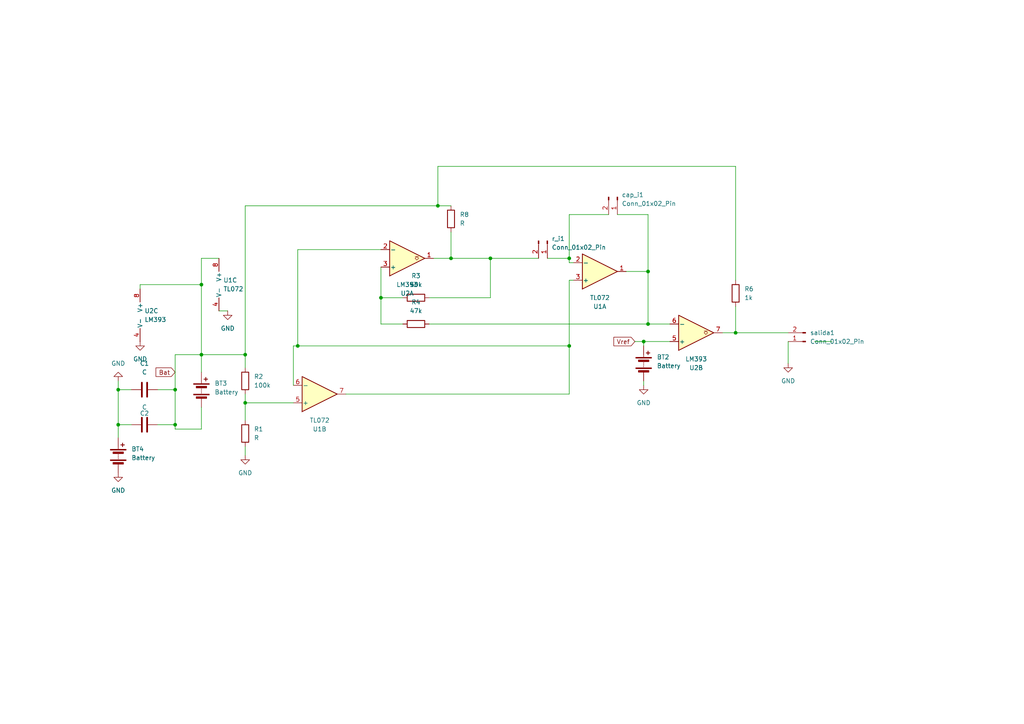
<source format=kicad_sch>
(kicad_sch
	(version 20250114)
	(generator "eeschema")
	(generator_version "9.0")
	(uuid "17eee627-bc3f-46bd-a929-8340eabad878")
	(paper "A4")
	(lib_symbols
		(symbol "Amplifier_Operational:TL072"
			(pin_names
				(offset 0.127)
			)
			(exclude_from_sim no)
			(in_bom yes)
			(on_board yes)
			(property "Reference" "U"
				(at 0 5.08 0)
				(effects
					(font
						(size 1.27 1.27)
					)
					(justify left)
				)
			)
			(property "Value" "TL072"
				(at 0 -5.08 0)
				(effects
					(font
						(size 1.27 1.27)
					)
					(justify left)
				)
			)
			(property "Footprint" ""
				(at 0 0 0)
				(effects
					(font
						(size 1.27 1.27)
					)
					(hide yes)
				)
			)
			(property "Datasheet" "http://www.ti.com/lit/ds/symlink/tl071.pdf"
				(at 0 0 0)
				(effects
					(font
						(size 1.27 1.27)
					)
					(hide yes)
				)
			)
			(property "Description" "Dual Low-Noise JFET-Input Operational Amplifiers, DIP-8/SOIC-8"
				(at 0 0 0)
				(effects
					(font
						(size 1.27 1.27)
					)
					(hide yes)
				)
			)
			(property "ki_locked" ""
				(at 0 0 0)
				(effects
					(font
						(size 1.27 1.27)
					)
				)
			)
			(property "ki_keywords" "dual opamp"
				(at 0 0 0)
				(effects
					(font
						(size 1.27 1.27)
					)
					(hide yes)
				)
			)
			(property "ki_fp_filters" "SOIC*3.9x4.9mm*P1.27mm* DIP*W7.62mm* TO*99* OnSemi*Micro8* TSSOP*3x3mm*P0.65mm* TSSOP*4.4x3mm*P0.65mm* MSOP*3x3mm*P0.65mm* SSOP*3.9x4.9mm*P0.635mm* LFCSP*2x2mm*P0.5mm* *SIP* SOIC*5.3x6.2mm*P1.27mm*"
				(at 0 0 0)
				(effects
					(font
						(size 1.27 1.27)
					)
					(hide yes)
				)
			)
			(symbol "TL072_1_1"
				(polyline
					(pts
						(xy -5.08 5.08) (xy 5.08 0) (xy -5.08 -5.08) (xy -5.08 5.08)
					)
					(stroke
						(width 0.254)
						(type default)
					)
					(fill
						(type background)
					)
				)
				(pin input line
					(at -7.62 2.54 0)
					(length 2.54)
					(name "+"
						(effects
							(font
								(size 1.27 1.27)
							)
						)
					)
					(number "3"
						(effects
							(font
								(size 1.27 1.27)
							)
						)
					)
				)
				(pin input line
					(at -7.62 -2.54 0)
					(length 2.54)
					(name "-"
						(effects
							(font
								(size 1.27 1.27)
							)
						)
					)
					(number "2"
						(effects
							(font
								(size 1.27 1.27)
							)
						)
					)
				)
				(pin output line
					(at 7.62 0 180)
					(length 2.54)
					(name "~"
						(effects
							(font
								(size 1.27 1.27)
							)
						)
					)
					(number "1"
						(effects
							(font
								(size 1.27 1.27)
							)
						)
					)
				)
			)
			(symbol "TL072_2_1"
				(polyline
					(pts
						(xy -5.08 5.08) (xy 5.08 0) (xy -5.08 -5.08) (xy -5.08 5.08)
					)
					(stroke
						(width 0.254)
						(type default)
					)
					(fill
						(type background)
					)
				)
				(pin input line
					(at -7.62 2.54 0)
					(length 2.54)
					(name "+"
						(effects
							(font
								(size 1.27 1.27)
							)
						)
					)
					(number "5"
						(effects
							(font
								(size 1.27 1.27)
							)
						)
					)
				)
				(pin input line
					(at -7.62 -2.54 0)
					(length 2.54)
					(name "-"
						(effects
							(font
								(size 1.27 1.27)
							)
						)
					)
					(number "6"
						(effects
							(font
								(size 1.27 1.27)
							)
						)
					)
				)
				(pin output line
					(at 7.62 0 180)
					(length 2.54)
					(name "~"
						(effects
							(font
								(size 1.27 1.27)
							)
						)
					)
					(number "7"
						(effects
							(font
								(size 1.27 1.27)
							)
						)
					)
				)
			)
			(symbol "TL072_3_1"
				(pin power_in line
					(at -2.54 7.62 270)
					(length 3.81)
					(name "V+"
						(effects
							(font
								(size 1.27 1.27)
							)
						)
					)
					(number "8"
						(effects
							(font
								(size 1.27 1.27)
							)
						)
					)
				)
				(pin power_in line
					(at -2.54 -7.62 90)
					(length 3.81)
					(name "V-"
						(effects
							(font
								(size 1.27 1.27)
							)
						)
					)
					(number "4"
						(effects
							(font
								(size 1.27 1.27)
							)
						)
					)
				)
			)
			(embedded_fonts no)
		)
		(symbol "Comparator:LM393"
			(pin_names
				(offset 0.127)
			)
			(exclude_from_sim no)
			(in_bom yes)
			(on_board yes)
			(property "Reference" "U"
				(at 3.81 3.81 0)
				(effects
					(font
						(size 1.27 1.27)
					)
				)
			)
			(property "Value" "LM393"
				(at 6.35 -3.81 0)
				(effects
					(font
						(size 1.27 1.27)
					)
				)
			)
			(property "Footprint" ""
				(at 0 0 0)
				(effects
					(font
						(size 1.27 1.27)
					)
					(hide yes)
				)
			)
			(property "Datasheet" "http://www.ti.com/lit/ds/symlink/lm393.pdf"
				(at 0 0 0)
				(effects
					(font
						(size 1.27 1.27)
					)
					(hide yes)
				)
			)
			(property "Description" "Low-Power, Low-Offset Voltage, Dual Comparators, DIP-8/SOIC-8/TO-99-8"
				(at 0 0 0)
				(effects
					(font
						(size 1.27 1.27)
					)
					(hide yes)
				)
			)
			(property "ki_locked" ""
				(at 0 0 0)
				(effects
					(font
						(size 1.27 1.27)
					)
				)
			)
			(property "ki_keywords" "cmp open collector"
				(at 0 0 0)
				(effects
					(font
						(size 1.27 1.27)
					)
					(hide yes)
				)
			)
			(property "ki_fp_filters" "SOIC*3.9x4.9mm*P1.27mm* DIP*W7.62mm* SOP*5.28x5.23mm*P1.27mm* VSSOP*3x3mm*P0.65mm* TSSOP*4.4x3mm*P0.65mm*"
				(at 0 0 0)
				(effects
					(font
						(size 1.27 1.27)
					)
					(hide yes)
				)
			)
			(symbol "LM393_1_1"
				(polyline
					(pts
						(xy -5.08 5.08) (xy 5.08 0) (xy -5.08 -5.08) (xy -5.08 5.08)
					)
					(stroke
						(width 0.254)
						(type default)
					)
					(fill
						(type background)
					)
				)
				(polyline
					(pts
						(xy 3.302 -0.508) (xy 2.794 -0.508) (xy 3.302 0) (xy 2.794 0.508) (xy 2.286 0) (xy 2.794 -0.508)
						(xy 2.286 -0.508)
					)
					(stroke
						(width 0.127)
						(type default)
					)
					(fill
						(type none)
					)
				)
				(pin input line
					(at -7.62 2.54 0)
					(length 2.54)
					(name "+"
						(effects
							(font
								(size 1.27 1.27)
							)
						)
					)
					(number "3"
						(effects
							(font
								(size 1.27 1.27)
							)
						)
					)
				)
				(pin input line
					(at -7.62 -2.54 0)
					(length 2.54)
					(name "-"
						(effects
							(font
								(size 1.27 1.27)
							)
						)
					)
					(number "2"
						(effects
							(font
								(size 1.27 1.27)
							)
						)
					)
				)
				(pin open_collector line
					(at 7.62 0 180)
					(length 2.54)
					(name "~"
						(effects
							(font
								(size 1.27 1.27)
							)
						)
					)
					(number "1"
						(effects
							(font
								(size 1.27 1.27)
							)
						)
					)
				)
			)
			(symbol "LM393_2_1"
				(polyline
					(pts
						(xy -5.08 5.08) (xy 5.08 0) (xy -5.08 -5.08) (xy -5.08 5.08)
					)
					(stroke
						(width 0.254)
						(type default)
					)
					(fill
						(type background)
					)
				)
				(polyline
					(pts
						(xy 3.302 -0.508) (xy 2.794 -0.508) (xy 3.302 0) (xy 2.794 0.508) (xy 2.286 0) (xy 2.794 -0.508)
						(xy 2.286 -0.508)
					)
					(stroke
						(width 0.127)
						(type default)
					)
					(fill
						(type none)
					)
				)
				(pin input line
					(at -7.62 2.54 0)
					(length 2.54)
					(name "+"
						(effects
							(font
								(size 1.27 1.27)
							)
						)
					)
					(number "5"
						(effects
							(font
								(size 1.27 1.27)
							)
						)
					)
				)
				(pin input line
					(at -7.62 -2.54 0)
					(length 2.54)
					(name "-"
						(effects
							(font
								(size 1.27 1.27)
							)
						)
					)
					(number "6"
						(effects
							(font
								(size 1.27 1.27)
							)
						)
					)
				)
				(pin open_collector line
					(at 7.62 0 180)
					(length 2.54)
					(name "~"
						(effects
							(font
								(size 1.27 1.27)
							)
						)
					)
					(number "7"
						(effects
							(font
								(size 1.27 1.27)
							)
						)
					)
				)
			)
			(symbol "LM393_3_1"
				(pin power_in line
					(at -2.54 7.62 270)
					(length 3.81)
					(name "V+"
						(effects
							(font
								(size 1.27 1.27)
							)
						)
					)
					(number "8"
						(effects
							(font
								(size 1.27 1.27)
							)
						)
					)
				)
				(pin power_in line
					(at -2.54 -7.62 90)
					(length 3.81)
					(name "V-"
						(effects
							(font
								(size 1.27 1.27)
							)
						)
					)
					(number "4"
						(effects
							(font
								(size 1.27 1.27)
							)
						)
					)
				)
			)
			(embedded_fonts no)
		)
		(symbol "Connector:Conn_01x02_Pin"
			(pin_names
				(offset 1.016)
				(hide yes)
			)
			(exclude_from_sim no)
			(in_bom yes)
			(on_board yes)
			(property "Reference" "J"
				(at 0 2.54 0)
				(effects
					(font
						(size 1.27 1.27)
					)
				)
			)
			(property "Value" "Conn_01x02_Pin"
				(at 0 -5.08 0)
				(effects
					(font
						(size 1.27 1.27)
					)
				)
			)
			(property "Footprint" ""
				(at 0 0 0)
				(effects
					(font
						(size 1.27 1.27)
					)
					(hide yes)
				)
			)
			(property "Datasheet" "~"
				(at 0 0 0)
				(effects
					(font
						(size 1.27 1.27)
					)
					(hide yes)
				)
			)
			(property "Description" "Generic connector, single row, 01x02, script generated"
				(at 0 0 0)
				(effects
					(font
						(size 1.27 1.27)
					)
					(hide yes)
				)
			)
			(property "ki_locked" ""
				(at 0 0 0)
				(effects
					(font
						(size 1.27 1.27)
					)
				)
			)
			(property "ki_keywords" "connector"
				(at 0 0 0)
				(effects
					(font
						(size 1.27 1.27)
					)
					(hide yes)
				)
			)
			(property "ki_fp_filters" "Connector*:*_1x??_*"
				(at 0 0 0)
				(effects
					(font
						(size 1.27 1.27)
					)
					(hide yes)
				)
			)
			(symbol "Conn_01x02_Pin_1_1"
				(rectangle
					(start 0.8636 0.127)
					(end 0 -0.127)
					(stroke
						(width 0.1524)
						(type default)
					)
					(fill
						(type outline)
					)
				)
				(rectangle
					(start 0.8636 -2.413)
					(end 0 -2.667)
					(stroke
						(width 0.1524)
						(type default)
					)
					(fill
						(type outline)
					)
				)
				(polyline
					(pts
						(xy 1.27 0) (xy 0.8636 0)
					)
					(stroke
						(width 0.1524)
						(type default)
					)
					(fill
						(type none)
					)
				)
				(polyline
					(pts
						(xy 1.27 -2.54) (xy 0.8636 -2.54)
					)
					(stroke
						(width 0.1524)
						(type default)
					)
					(fill
						(type none)
					)
				)
				(pin passive line
					(at 5.08 0 180)
					(length 3.81)
					(name "Pin_1"
						(effects
							(font
								(size 1.27 1.27)
							)
						)
					)
					(number "1"
						(effects
							(font
								(size 1.27 1.27)
							)
						)
					)
				)
				(pin passive line
					(at 5.08 -2.54 180)
					(length 3.81)
					(name "Pin_2"
						(effects
							(font
								(size 1.27 1.27)
							)
						)
					)
					(number "2"
						(effects
							(font
								(size 1.27 1.27)
							)
						)
					)
				)
			)
			(embedded_fonts no)
		)
		(symbol "Device:Battery"
			(pin_numbers
				(hide yes)
			)
			(pin_names
				(offset 0)
				(hide yes)
			)
			(exclude_from_sim no)
			(in_bom yes)
			(on_board yes)
			(property "Reference" "BT"
				(at 2.54 2.54 0)
				(effects
					(font
						(size 1.27 1.27)
					)
					(justify left)
				)
			)
			(property "Value" "Battery"
				(at 2.54 0 0)
				(effects
					(font
						(size 1.27 1.27)
					)
					(justify left)
				)
			)
			(property "Footprint" ""
				(at 0 1.524 90)
				(effects
					(font
						(size 1.27 1.27)
					)
					(hide yes)
				)
			)
			(property "Datasheet" "~"
				(at 0 1.524 90)
				(effects
					(font
						(size 1.27 1.27)
					)
					(hide yes)
				)
			)
			(property "Description" "Multiple-cell battery"
				(at 0 0 0)
				(effects
					(font
						(size 1.27 1.27)
					)
					(hide yes)
				)
			)
			(property "ki_keywords" "batt voltage-source cell"
				(at 0 0 0)
				(effects
					(font
						(size 1.27 1.27)
					)
					(hide yes)
				)
			)
			(symbol "Battery_0_1"
				(rectangle
					(start -2.286 1.778)
					(end 2.286 1.524)
					(stroke
						(width 0)
						(type default)
					)
					(fill
						(type outline)
					)
				)
				(rectangle
					(start -2.286 -1.27)
					(end 2.286 -1.524)
					(stroke
						(width 0)
						(type default)
					)
					(fill
						(type outline)
					)
				)
				(rectangle
					(start -1.524 1.016)
					(end 1.524 0.508)
					(stroke
						(width 0)
						(type default)
					)
					(fill
						(type outline)
					)
				)
				(rectangle
					(start -1.524 -2.032)
					(end 1.524 -2.54)
					(stroke
						(width 0)
						(type default)
					)
					(fill
						(type outline)
					)
				)
				(polyline
					(pts
						(xy 0 1.778) (xy 0 2.54)
					)
					(stroke
						(width 0)
						(type default)
					)
					(fill
						(type none)
					)
				)
				(polyline
					(pts
						(xy 0 0) (xy 0 0.254)
					)
					(stroke
						(width 0)
						(type default)
					)
					(fill
						(type none)
					)
				)
				(polyline
					(pts
						(xy 0 -0.508) (xy 0 -0.254)
					)
					(stroke
						(width 0)
						(type default)
					)
					(fill
						(type none)
					)
				)
				(polyline
					(pts
						(xy 0 -1.016) (xy 0 -0.762)
					)
					(stroke
						(width 0)
						(type default)
					)
					(fill
						(type none)
					)
				)
				(polyline
					(pts
						(xy 0.762 3.048) (xy 1.778 3.048)
					)
					(stroke
						(width 0.254)
						(type default)
					)
					(fill
						(type none)
					)
				)
				(polyline
					(pts
						(xy 1.27 3.556) (xy 1.27 2.54)
					)
					(stroke
						(width 0.254)
						(type default)
					)
					(fill
						(type none)
					)
				)
			)
			(symbol "Battery_1_1"
				(pin passive line
					(at 0 5.08 270)
					(length 2.54)
					(name "+"
						(effects
							(font
								(size 1.27 1.27)
							)
						)
					)
					(number "1"
						(effects
							(font
								(size 1.27 1.27)
							)
						)
					)
				)
				(pin passive line
					(at 0 -5.08 90)
					(length 2.54)
					(name "-"
						(effects
							(font
								(size 1.27 1.27)
							)
						)
					)
					(number "2"
						(effects
							(font
								(size 1.27 1.27)
							)
						)
					)
				)
			)
			(embedded_fonts no)
		)
		(symbol "Device:C"
			(pin_numbers
				(hide yes)
			)
			(pin_names
				(offset 0.254)
			)
			(exclude_from_sim no)
			(in_bom yes)
			(on_board yes)
			(property "Reference" "C"
				(at 0.635 2.54 0)
				(effects
					(font
						(size 1.27 1.27)
					)
					(justify left)
				)
			)
			(property "Value" "C"
				(at 0.635 -2.54 0)
				(effects
					(font
						(size 1.27 1.27)
					)
					(justify left)
				)
			)
			(property "Footprint" ""
				(at 0.9652 -3.81 0)
				(effects
					(font
						(size 1.27 1.27)
					)
					(hide yes)
				)
			)
			(property "Datasheet" "~"
				(at 0 0 0)
				(effects
					(font
						(size 1.27 1.27)
					)
					(hide yes)
				)
			)
			(property "Description" "Unpolarized capacitor"
				(at 0 0 0)
				(effects
					(font
						(size 1.27 1.27)
					)
					(hide yes)
				)
			)
			(property "ki_keywords" "cap capacitor"
				(at 0 0 0)
				(effects
					(font
						(size 1.27 1.27)
					)
					(hide yes)
				)
			)
			(property "ki_fp_filters" "C_*"
				(at 0 0 0)
				(effects
					(font
						(size 1.27 1.27)
					)
					(hide yes)
				)
			)
			(symbol "C_0_1"
				(polyline
					(pts
						(xy -2.032 0.762) (xy 2.032 0.762)
					)
					(stroke
						(width 0.508)
						(type default)
					)
					(fill
						(type none)
					)
				)
				(polyline
					(pts
						(xy -2.032 -0.762) (xy 2.032 -0.762)
					)
					(stroke
						(width 0.508)
						(type default)
					)
					(fill
						(type none)
					)
				)
			)
			(symbol "C_1_1"
				(pin passive line
					(at 0 3.81 270)
					(length 2.794)
					(name "~"
						(effects
							(font
								(size 1.27 1.27)
							)
						)
					)
					(number "1"
						(effects
							(font
								(size 1.27 1.27)
							)
						)
					)
				)
				(pin passive line
					(at 0 -3.81 90)
					(length 2.794)
					(name "~"
						(effects
							(font
								(size 1.27 1.27)
							)
						)
					)
					(number "2"
						(effects
							(font
								(size 1.27 1.27)
							)
						)
					)
				)
			)
			(embedded_fonts no)
		)
		(symbol "Device:R"
			(pin_numbers
				(hide yes)
			)
			(pin_names
				(offset 0)
			)
			(exclude_from_sim no)
			(in_bom yes)
			(on_board yes)
			(property "Reference" "R"
				(at 2.032 0 90)
				(effects
					(font
						(size 1.27 1.27)
					)
				)
			)
			(property "Value" "R"
				(at 0 0 90)
				(effects
					(font
						(size 1.27 1.27)
					)
				)
			)
			(property "Footprint" ""
				(at -1.778 0 90)
				(effects
					(font
						(size 1.27 1.27)
					)
					(hide yes)
				)
			)
			(property "Datasheet" "~"
				(at 0 0 0)
				(effects
					(font
						(size 1.27 1.27)
					)
					(hide yes)
				)
			)
			(property "Description" "Resistor"
				(at 0 0 0)
				(effects
					(font
						(size 1.27 1.27)
					)
					(hide yes)
				)
			)
			(property "ki_keywords" "R res resistor"
				(at 0 0 0)
				(effects
					(font
						(size 1.27 1.27)
					)
					(hide yes)
				)
			)
			(property "ki_fp_filters" "R_*"
				(at 0 0 0)
				(effects
					(font
						(size 1.27 1.27)
					)
					(hide yes)
				)
			)
			(symbol "R_0_1"
				(rectangle
					(start -1.016 -2.54)
					(end 1.016 2.54)
					(stroke
						(width 0.254)
						(type default)
					)
					(fill
						(type none)
					)
				)
			)
			(symbol "R_1_1"
				(pin passive line
					(at 0 3.81 270)
					(length 1.27)
					(name "~"
						(effects
							(font
								(size 1.27 1.27)
							)
						)
					)
					(number "1"
						(effects
							(font
								(size 1.27 1.27)
							)
						)
					)
				)
				(pin passive line
					(at 0 -3.81 90)
					(length 1.27)
					(name "~"
						(effects
							(font
								(size 1.27 1.27)
							)
						)
					)
					(number "2"
						(effects
							(font
								(size 1.27 1.27)
							)
						)
					)
				)
			)
			(embedded_fonts no)
		)
		(symbol "power:GND"
			(power)
			(pin_numbers
				(hide yes)
			)
			(pin_names
				(offset 0)
				(hide yes)
			)
			(exclude_from_sim no)
			(in_bom yes)
			(on_board yes)
			(property "Reference" "#PWR"
				(at 0 -6.35 0)
				(effects
					(font
						(size 1.27 1.27)
					)
					(hide yes)
				)
			)
			(property "Value" "GND"
				(at 0 -3.81 0)
				(effects
					(font
						(size 1.27 1.27)
					)
				)
			)
			(property "Footprint" ""
				(at 0 0 0)
				(effects
					(font
						(size 1.27 1.27)
					)
					(hide yes)
				)
			)
			(property "Datasheet" ""
				(at 0 0 0)
				(effects
					(font
						(size 1.27 1.27)
					)
					(hide yes)
				)
			)
			(property "Description" "Power symbol creates a global label with name \"GND\" , ground"
				(at 0 0 0)
				(effects
					(font
						(size 1.27 1.27)
					)
					(hide yes)
				)
			)
			(property "ki_keywords" "global power"
				(at 0 0 0)
				(effects
					(font
						(size 1.27 1.27)
					)
					(hide yes)
				)
			)
			(symbol "GND_0_1"
				(polyline
					(pts
						(xy 0 0) (xy 0 -1.27) (xy 1.27 -1.27) (xy 0 -2.54) (xy -1.27 -1.27) (xy 0 -1.27)
					)
					(stroke
						(width 0)
						(type default)
					)
					(fill
						(type none)
					)
				)
			)
			(symbol "GND_1_1"
				(pin power_in line
					(at 0 0 270)
					(length 0)
					(name "~"
						(effects
							(font
								(size 1.27 1.27)
							)
						)
					)
					(number "1"
						(effects
							(font
								(size 1.27 1.27)
							)
						)
					)
				)
			)
			(embedded_fonts no)
		)
	)
	(junction
		(at 186.69 99.06)
		(diameter 0)
		(color 0 0 0 0)
		(uuid "1f849616-a5b7-402d-90bf-3e3e27b40008")
	)
	(junction
		(at 110.49 86.36)
		(diameter 0)
		(color 0 0 0 0)
		(uuid "231d5919-d8b3-443b-a5f7-76f1899d3b9f")
	)
	(junction
		(at 86.36 100.33)
		(diameter 0)
		(color 0 0 0 0)
		(uuid "27a980d3-f2aa-4896-92a1-562708249a68")
	)
	(junction
		(at 34.29 113.03)
		(diameter 0)
		(color 0 0 0 0)
		(uuid "2afae91d-599e-44d4-a9c0-b1e399b75dbb")
	)
	(junction
		(at 130.81 74.93)
		(diameter 0)
		(color 0 0 0 0)
		(uuid "2bce827f-6057-4d1a-a021-fb42f5d9b44d")
	)
	(junction
		(at 58.42 82.55)
		(diameter 0)
		(color 0 0 0 0)
		(uuid "33d65ac8-d78b-43bb-8bf9-eda4a0d2d533")
	)
	(junction
		(at 165.1 74.93)
		(diameter 0)
		(color 0 0 0 0)
		(uuid "3b4f80cc-b4fd-4e96-ade0-4a217b23c7d5")
	)
	(junction
		(at 58.42 102.87)
		(diameter 0)
		(color 0 0 0 0)
		(uuid "432f8922-8733-4a52-8986-19ca9b51d881")
	)
	(junction
		(at 50.8 123.19)
		(diameter 0)
		(color 0 0 0 0)
		(uuid "5047036b-18a0-44d4-b977-abf3db45a46e")
	)
	(junction
		(at 34.29 123.19)
		(diameter 0)
		(color 0 0 0 0)
		(uuid "540c64c4-4e11-4e8d-8cc2-ac944f5b5970")
	)
	(junction
		(at 187.96 93.98)
		(diameter 0)
		(color 0 0 0 0)
		(uuid "62c311b6-29e9-4f82-bcbd-423b818743ea")
	)
	(junction
		(at 127 59.69)
		(diameter 0)
		(color 0 0 0 0)
		(uuid "6b8b06e2-9d45-499e-9bc0-2ff0539aaf74")
	)
	(junction
		(at 187.96 78.74)
		(diameter 0)
		(color 0 0 0 0)
		(uuid "84c10aa2-6e07-49e3-97e9-9d09db9f706a")
	)
	(junction
		(at 165.1 100.33)
		(diameter 0)
		(color 0 0 0 0)
		(uuid "af19137a-e014-43d0-a0af-51a75aa18089")
	)
	(junction
		(at 71.12 102.87)
		(diameter 0)
		(color 0 0 0 0)
		(uuid "bae1835b-f27f-4555-9f23-21294c60de66")
	)
	(junction
		(at 50.8 113.03)
		(diameter 0)
		(color 0 0 0 0)
		(uuid "c1ba49db-f7ef-4aac-8570-e8de00cfd009")
	)
	(junction
		(at 213.36 96.52)
		(diameter 0)
		(color 0 0 0 0)
		(uuid "cc41e59d-1e8b-4024-8913-4c7de67a9273")
	)
	(junction
		(at 71.12 116.84)
		(diameter 0)
		(color 0 0 0 0)
		(uuid "dc503e1e-bfec-4dc7-ab8a-cb355db00a13")
	)
	(junction
		(at 142.24 74.93)
		(diameter 0)
		(color 0 0 0 0)
		(uuid "e5f14dd5-df28-433b-9f4f-86ca4d9daae1")
	)
	(wire
		(pts
			(xy 71.12 59.69) (xy 127 59.69)
		)
		(stroke
			(width 0)
			(type default)
		)
		(uuid "00cb0fe0-e035-4e59-9d78-44b6c0bff9d7")
	)
	(wire
		(pts
			(xy 58.42 102.87) (xy 58.42 82.55)
		)
		(stroke
			(width 0)
			(type default)
		)
		(uuid "029a9c53-87b6-480e-9fe3-47190eef0895")
	)
	(wire
		(pts
			(xy 186.69 99.06) (xy 194.31 99.06)
		)
		(stroke
			(width 0)
			(type default)
		)
		(uuid "050103ec-ee0e-4d8a-9470-37d862685644")
	)
	(wire
		(pts
			(xy 50.8 113.03) (xy 50.8 123.19)
		)
		(stroke
			(width 0)
			(type default)
		)
		(uuid "057b4d9b-a623-41f5-acb3-c439ce872069")
	)
	(wire
		(pts
			(xy 142.24 74.93) (xy 156.21 74.93)
		)
		(stroke
			(width 0)
			(type default)
		)
		(uuid "0c95ced1-11f8-4362-be8c-0d0c66afa723")
	)
	(wire
		(pts
			(xy 124.46 93.98) (xy 187.96 93.98)
		)
		(stroke
			(width 0)
			(type default)
		)
		(uuid "12fd6866-8479-477d-b286-52e485c2270d")
	)
	(wire
		(pts
			(xy 165.1 76.2) (xy 165.1 74.93)
		)
		(stroke
			(width 0)
			(type default)
		)
		(uuid "15651c12-25aa-4b26-a7d5-5f8d108c81cb")
	)
	(wire
		(pts
			(xy 71.12 102.87) (xy 71.12 106.68)
		)
		(stroke
			(width 0)
			(type default)
		)
		(uuid "27ae9229-2678-4eff-a10b-df003a08b83a")
	)
	(wire
		(pts
			(xy 142.24 86.36) (xy 142.24 74.93)
		)
		(stroke
			(width 0)
			(type default)
		)
		(uuid "2a7df99d-3713-4415-876c-9a5775570597")
	)
	(wire
		(pts
			(xy 34.29 123.19) (xy 34.29 127)
		)
		(stroke
			(width 0)
			(type default)
		)
		(uuid "2b8bd433-d598-4dfe-a5d4-e1e83993a790")
	)
	(wire
		(pts
			(xy 86.36 72.39) (xy 110.49 72.39)
		)
		(stroke
			(width 0)
			(type default)
		)
		(uuid "2db29c0c-c76f-47f5-a73e-81bfae242f9f")
	)
	(wire
		(pts
			(xy 165.1 81.28) (xy 165.1 100.33)
		)
		(stroke
			(width 0)
			(type default)
		)
		(uuid "475a4ea7-71e8-4a2a-8c8c-f7acd9d570b4")
	)
	(wire
		(pts
			(xy 110.49 86.36) (xy 116.84 86.36)
		)
		(stroke
			(width 0)
			(type default)
		)
		(uuid "48195463-2c4a-422c-b42d-786267b3d5f8")
	)
	(wire
		(pts
			(xy 40.64 82.55) (xy 40.64 83.82)
		)
		(stroke
			(width 0)
			(type default)
		)
		(uuid "4ed70184-b347-47b8-9b10-155a50be3ddd")
	)
	(wire
		(pts
			(xy 125.73 74.93) (xy 130.81 74.93)
		)
		(stroke
			(width 0)
			(type default)
		)
		(uuid "51b8db8c-10c1-4a86-a2a5-31954eddc89b")
	)
	(wire
		(pts
			(xy 127 59.69) (xy 127 48.26)
		)
		(stroke
			(width 0)
			(type default)
		)
		(uuid "54d0cc3b-d84b-46e6-88e4-10d4084c40cf")
	)
	(wire
		(pts
			(xy 209.55 96.52) (xy 213.36 96.52)
		)
		(stroke
			(width 0)
			(type default)
		)
		(uuid "559de702-a01a-4e7d-ae0f-93f07ac3e23b")
	)
	(wire
		(pts
			(xy 58.42 124.46) (xy 50.8 124.46)
		)
		(stroke
			(width 0)
			(type default)
		)
		(uuid "5653f976-4b32-428d-8ad6-94e0ee535386")
	)
	(wire
		(pts
			(xy 158.75 74.93) (xy 165.1 74.93)
		)
		(stroke
			(width 0)
			(type default)
		)
		(uuid "567fbd52-932d-4c85-970b-877b9d5bcb80")
	)
	(wire
		(pts
			(xy 58.42 82.55) (xy 40.64 82.55)
		)
		(stroke
			(width 0)
			(type default)
		)
		(uuid "57582421-1e26-4df8-a585-b2c2300074fe")
	)
	(wire
		(pts
			(xy 50.8 124.46) (xy 50.8 123.19)
		)
		(stroke
			(width 0)
			(type default)
		)
		(uuid "57d3cf3f-92b3-4aa6-96f7-c3997096544f")
	)
	(wire
		(pts
			(xy 58.42 74.93) (xy 63.5 74.93)
		)
		(stroke
			(width 0)
			(type default)
		)
		(uuid "5aec6ae3-f806-4b9f-aa01-17081e5b8239")
	)
	(wire
		(pts
			(xy 184.15 99.06) (xy 186.69 99.06)
		)
		(stroke
			(width 0)
			(type default)
		)
		(uuid "5ce9f6cc-44a0-467f-a74a-faf6bba49195")
	)
	(wire
		(pts
			(xy 110.49 77.47) (xy 110.49 86.36)
		)
		(stroke
			(width 0)
			(type default)
		)
		(uuid "5fd16b4b-eab7-49ef-82fb-c9030c311d3c")
	)
	(wire
		(pts
			(xy 58.42 102.87) (xy 71.12 102.87)
		)
		(stroke
			(width 0)
			(type default)
		)
		(uuid "64ad14bd-b05d-4813-a445-2d7fec0783ef")
	)
	(wire
		(pts
			(xy 85.09 111.76) (xy 85.09 100.33)
		)
		(stroke
			(width 0)
			(type default)
		)
		(uuid "650c6a5a-96c5-4a64-964c-6daaeee01975")
	)
	(wire
		(pts
			(xy 50.8 102.87) (xy 58.42 102.87)
		)
		(stroke
			(width 0)
			(type default)
		)
		(uuid "753f8261-201b-4db3-8a8f-6bab577a2553")
	)
	(wire
		(pts
			(xy 127 48.26) (xy 213.36 48.26)
		)
		(stroke
			(width 0)
			(type default)
		)
		(uuid "79342fe3-32a4-443c-b907-94b60cfb9382")
	)
	(wire
		(pts
			(xy 34.29 123.19) (xy 38.1 123.19)
		)
		(stroke
			(width 0)
			(type default)
		)
		(uuid "8015011a-d032-41d2-a8fd-c9518bc32d59")
	)
	(wire
		(pts
			(xy 236.22 99.06) (xy 241.3 99.06)
		)
		(stroke
			(width 0)
			(type default)
		)
		(uuid "85e311d2-1ddb-440c-97e3-e2d2ab90724c")
	)
	(wire
		(pts
			(xy 71.12 129.54) (xy 71.12 132.08)
		)
		(stroke
			(width 0)
			(type default)
		)
		(uuid "8fb66898-2f68-45ea-a94c-c46a562e59e1")
	)
	(wire
		(pts
			(xy 181.61 78.74) (xy 187.96 78.74)
		)
		(stroke
			(width 0)
			(type default)
		)
		(uuid "90fbf3de-eada-4559-bb24-b65c22c1a421")
	)
	(wire
		(pts
			(xy 63.5 90.17) (xy 66.04 90.17)
		)
		(stroke
			(width 0)
			(type default)
		)
		(uuid "92d7b312-4aea-44a8-aeca-d54672981418")
	)
	(wire
		(pts
			(xy 213.36 96.52) (xy 228.6 96.52)
		)
		(stroke
			(width 0)
			(type default)
		)
		(uuid "9344a09e-505b-455f-ab76-71d6848b7ed9")
	)
	(wire
		(pts
			(xy 165.1 62.23) (xy 176.53 62.23)
		)
		(stroke
			(width 0)
			(type default)
		)
		(uuid "94c39354-79c0-4967-bf88-19809e684ded")
	)
	(wire
		(pts
			(xy 186.69 110.49) (xy 186.69 111.76)
		)
		(stroke
			(width 0)
			(type default)
		)
		(uuid "9a985b63-147f-40de-b8d1-939e3654f1d2")
	)
	(wire
		(pts
			(xy 34.29 113.03) (xy 38.1 113.03)
		)
		(stroke
			(width 0)
			(type default)
		)
		(uuid "9c9a8e9a-e4c9-46f4-9770-aaa2169ad051")
	)
	(wire
		(pts
			(xy 228.6 99.06) (xy 228.6 105.41)
		)
		(stroke
			(width 0)
			(type default)
		)
		(uuid "9cb1c54c-ab5a-41ce-b13e-9b19bbc08955")
	)
	(wire
		(pts
			(xy 165.1 81.28) (xy 166.37 81.28)
		)
		(stroke
			(width 0)
			(type default)
		)
		(uuid "a10e334a-0c70-412a-b0d1-1e2ace790ba4")
	)
	(wire
		(pts
			(xy 58.42 124.46) (xy 58.42 118.11)
		)
		(stroke
			(width 0)
			(type default)
		)
		(uuid "a9139970-8795-457f-a152-49db3859bff4")
	)
	(wire
		(pts
			(xy 34.29 113.03) (xy 34.29 123.19)
		)
		(stroke
			(width 0)
			(type default)
		)
		(uuid "ae3ae1e5-09eb-41fb-9200-3ea430c1d2ec")
	)
	(wire
		(pts
			(xy 45.72 123.19) (xy 50.8 123.19)
		)
		(stroke
			(width 0)
			(type default)
		)
		(uuid "b2e62a61-6c73-46da-8a53-e88e63850a97")
	)
	(wire
		(pts
			(xy 110.49 86.36) (xy 110.49 93.98)
		)
		(stroke
			(width 0)
			(type default)
		)
		(uuid "b31a93c6-4bed-4fa1-a52e-c21a711c8b07")
	)
	(wire
		(pts
			(xy 71.12 116.84) (xy 85.09 116.84)
		)
		(stroke
			(width 0)
			(type default)
		)
		(uuid "bb6a48a1-2fd2-4175-ad17-ae70886e6782")
	)
	(wire
		(pts
			(xy 187.96 62.23) (xy 187.96 78.74)
		)
		(stroke
			(width 0)
			(type default)
		)
		(uuid "bd9a1cdf-1643-429a-bd23-5d36768ef0ea")
	)
	(wire
		(pts
			(xy 130.81 67.31) (xy 130.81 74.93)
		)
		(stroke
			(width 0)
			(type default)
		)
		(uuid "bf83021d-6bc8-4e2e-ab03-1f316016fc03")
	)
	(wire
		(pts
			(xy 165.1 76.2) (xy 166.37 76.2)
		)
		(stroke
			(width 0)
			(type default)
		)
		(uuid "c2fefbb1-8adf-44ea-a418-0eeee729499c")
	)
	(wire
		(pts
			(xy 71.12 102.87) (xy 71.12 59.69)
		)
		(stroke
			(width 0)
			(type default)
		)
		(uuid "c6cf5dea-bee4-4ca7-9980-9c71ef817a00")
	)
	(wire
		(pts
			(xy 86.36 100.33) (xy 86.36 72.39)
		)
		(stroke
			(width 0)
			(type default)
		)
		(uuid "c921a741-a6e8-46c0-b736-24bcb6161475")
	)
	(wire
		(pts
			(xy 100.33 114.3) (xy 165.1 114.3)
		)
		(stroke
			(width 0)
			(type default)
		)
		(uuid "c9379c07-d041-4fab-89de-dc9aa74a08fc")
	)
	(wire
		(pts
			(xy 110.49 93.98) (xy 116.84 93.98)
		)
		(stroke
			(width 0)
			(type default)
		)
		(uuid "c99485d9-306e-4fad-9559-5b9036606c5f")
	)
	(wire
		(pts
			(xy 179.07 62.23) (xy 187.96 62.23)
		)
		(stroke
			(width 0)
			(type default)
		)
		(uuid "ca30186a-6827-4446-ac36-6f1f2005b175")
	)
	(wire
		(pts
			(xy 165.1 100.33) (xy 165.1 114.3)
		)
		(stroke
			(width 0)
			(type default)
		)
		(uuid "ccbba4e3-18dd-4cfe-b4a5-b2e708916a28")
	)
	(wire
		(pts
			(xy 71.12 116.84) (xy 71.12 121.92)
		)
		(stroke
			(width 0)
			(type default)
		)
		(uuid "ce12f8b0-7c02-4a94-bae7-f8fdd1148c1d")
	)
	(wire
		(pts
			(xy 187.96 78.74) (xy 187.96 93.98)
		)
		(stroke
			(width 0)
			(type default)
		)
		(uuid "cfa5ea25-fb0f-4083-8c4a-f388eec349ad")
	)
	(wire
		(pts
			(xy 50.8 113.03) (xy 50.8 102.87)
		)
		(stroke
			(width 0)
			(type default)
		)
		(uuid "d08be5a7-8aca-4e1b-b832-a608689c5559")
	)
	(wire
		(pts
			(xy 130.81 74.93) (xy 142.24 74.93)
		)
		(stroke
			(width 0)
			(type default)
		)
		(uuid "d60105d6-bf03-4ed9-9403-21d27b8ce0ab")
	)
	(wire
		(pts
			(xy 34.29 110.49) (xy 34.29 113.03)
		)
		(stroke
			(width 0)
			(type default)
		)
		(uuid "d7f36ae6-dded-4e1c-b1a1-238b11527039")
	)
	(wire
		(pts
			(xy 71.12 114.3) (xy 71.12 116.84)
		)
		(stroke
			(width 0)
			(type default)
		)
		(uuid "d893d9ee-d7ac-4cfc-9b68-2aa28b1ac7ff")
	)
	(wire
		(pts
			(xy 213.36 88.9) (xy 213.36 96.52)
		)
		(stroke
			(width 0)
			(type default)
		)
		(uuid "d8d8a92c-36ea-4b39-9b10-26b84b154c4f")
	)
	(wire
		(pts
			(xy 213.36 48.26) (xy 213.36 81.28)
		)
		(stroke
			(width 0)
			(type default)
		)
		(uuid "e479daac-bc24-46d9-837e-e033b5b0a212")
	)
	(wire
		(pts
			(xy 58.42 82.55) (xy 58.42 74.93)
		)
		(stroke
			(width 0)
			(type default)
		)
		(uuid "ede98640-117b-4e20-9047-c1752c7aed50")
	)
	(wire
		(pts
			(xy 124.46 86.36) (xy 142.24 86.36)
		)
		(stroke
			(width 0)
			(type default)
		)
		(uuid "efb710e2-6ada-4cbe-a734-95f997d90e22")
	)
	(wire
		(pts
			(xy 85.09 100.33) (xy 86.36 100.33)
		)
		(stroke
			(width 0)
			(type default)
		)
		(uuid "f0cc1548-da41-4def-8f6c-2f7708963eb5")
	)
	(wire
		(pts
			(xy 186.69 99.06) (xy 186.69 100.33)
		)
		(stroke
			(width 0)
			(type default)
		)
		(uuid "f3244e25-c4e7-4877-a19f-5498a5880278")
	)
	(wire
		(pts
			(xy 187.96 93.98) (xy 194.31 93.98)
		)
		(stroke
			(width 0)
			(type default)
		)
		(uuid "f6f0c7f5-79ac-43d2-b0f9-ca47e21f8c25")
	)
	(wire
		(pts
			(xy 58.42 107.95) (xy 58.42 102.87)
		)
		(stroke
			(width 0)
			(type default)
		)
		(uuid "f976dc39-664b-48ae-9584-b8276c792251")
	)
	(wire
		(pts
			(xy 45.72 113.03) (xy 50.8 113.03)
		)
		(stroke
			(width 0)
			(type default)
		)
		(uuid "f9dbcd42-4d74-4d98-8a57-47e5b9b3c341")
	)
	(wire
		(pts
			(xy 86.36 100.33) (xy 165.1 100.33)
		)
		(stroke
			(width 0)
			(type default)
		)
		(uuid "fa7a61e1-1c5e-4fb9-aaac-289d367b2f9f")
	)
	(wire
		(pts
			(xy 127 59.69) (xy 130.81 59.69)
		)
		(stroke
			(width 0)
			(type default)
		)
		(uuid "ff2dc5f1-e0b3-42e5-94ca-6a3458ee41a4")
	)
	(wire
		(pts
			(xy 165.1 74.93) (xy 165.1 62.23)
		)
		(stroke
			(width 0)
			(type default)
		)
		(uuid "ff9c73c1-4a3c-465e-a057-4885f7d04b96")
	)
	(global_label "Vref"
		(shape input)
		(at 184.15 99.06 180)
		(fields_autoplaced yes)
		(effects
			(font
				(size 1.27 1.27)
			)
			(justify right)
		)
		(uuid "86f90454-cd3a-4d4e-a0de-f118651c7d57")
		(property "Intersheetrefs" "${INTERSHEET_REFS}"
			(at 177.4757 99.06 0)
			(effects
				(font
					(size 1.27 1.27)
				)
				(justify right)
				(hide yes)
			)
		)
	)
	(global_label "Bat"
		(shape input)
		(at 50.8 107.95 180)
		(fields_autoplaced yes)
		(effects
			(font
				(size 1.27 1.27)
			)
			(justify right)
		)
		(uuid "a91605aa-91de-46ad-8820-fcb7e41407a9")
		(property "Intersheetrefs" "${INTERSHEET_REFS}"
			(at 44.6701 107.95 0)
			(effects
				(font
					(size 1.27 1.27)
				)
				(justify right)
				(hide yes)
			)
		)
	)
	(symbol
		(lib_id "Device:R")
		(at 213.36 85.09 180)
		(unit 1)
		(exclude_from_sim no)
		(in_bom yes)
		(on_board yes)
		(dnp no)
		(fields_autoplaced yes)
		(uuid "0b3ed18d-4305-4429-964a-1fd727171064")
		(property "Reference" "R6"
			(at 215.9 83.8199 0)
			(effects
				(font
					(size 1.27 1.27)
				)
				(justify right)
			)
		)
		(property "Value" "1k"
			(at 215.9 86.3599 0)
			(effects
				(font
					(size 1.27 1.27)
				)
				(justify right)
			)
		)
		(property "Footprint" "Resistor_THT:R_Axial_DIN0207_L6.3mm_D2.5mm_P7.62mm_Horizontal"
			(at 215.138 85.09 90)
			(effects
				(font
					(size 1.27 1.27)
				)
				(hide yes)
			)
		)
		(property "Datasheet" "~"
			(at 213.36 85.09 0)
			(effects
				(font
					(size 1.27 1.27)
				)
				(hide yes)
			)
		)
		(property "Description" "Resistor"
			(at 213.36 85.09 0)
			(effects
				(font
					(size 1.27 1.27)
				)
				(hide yes)
			)
		)
		(pin "1"
			(uuid "1881a007-f35b-475b-8a94-8049f9c0f0ab")
		)
		(pin "2"
			(uuid "9464250b-2408-46cc-9bcc-f003fb8b666e")
		)
		(instances
			(project "pcb_check4_pwm"
				(path "/17eee627-bc3f-46bd-a929-8340eabad878"
					(reference "R6")
					(unit 1)
				)
			)
		)
	)
	(symbol
		(lib_id "Device:C")
		(at 41.91 113.03 90)
		(unit 1)
		(exclude_from_sim no)
		(in_bom yes)
		(on_board yes)
		(dnp no)
		(fields_autoplaced yes)
		(uuid "0efa8d07-c328-49a9-b33a-230f4fe228be")
		(property "Reference" "C1"
			(at 41.91 105.41 90)
			(effects
				(font
					(size 1.27 1.27)
				)
			)
		)
		(property "Value" "C"
			(at 41.91 107.95 90)
			(effects
				(font
					(size 1.27 1.27)
				)
			)
		)
		(property "Footprint" "Capacitor_THT:C_Disc_D7.5mm_W2.5mm_P5.00mm"
			(at 45.72 112.0648 0)
			(effects
				(font
					(size 1.27 1.27)
				)
				(hide yes)
			)
		)
		(property "Datasheet" "~"
			(at 41.91 113.03 0)
			(effects
				(font
					(size 1.27 1.27)
				)
				(hide yes)
			)
		)
		(property "Description" "Unpolarized capacitor"
			(at 41.91 113.03 0)
			(effects
				(font
					(size 1.27 1.27)
				)
				(hide yes)
			)
		)
		(pin "1"
			(uuid "8311d77f-d9d9-4fc5-82cc-47566026c292")
		)
		(pin "2"
			(uuid "2c778da3-6710-47ba-b3d3-3935d46184f5")
		)
		(instances
			(project ""
				(path "/17eee627-bc3f-46bd-a929-8340eabad878"
					(reference "C1")
					(unit 1)
				)
			)
		)
	)
	(symbol
		(lib_id "Comparator:LM393")
		(at 43.18 91.44 0)
		(unit 3)
		(exclude_from_sim no)
		(in_bom yes)
		(on_board yes)
		(dnp no)
		(fields_autoplaced yes)
		(uuid "1f738962-5655-42c9-8089-7c9c3b7b5ed1")
		(property "Reference" "U2"
			(at 41.91 90.1699 0)
			(effects
				(font
					(size 1.27 1.27)
				)
				(justify left)
			)
		)
		(property "Value" "LM393"
			(at 41.91 92.7099 0)
			(effects
				(font
					(size 1.27 1.27)
				)
				(justify left)
			)
		)
		(property "Footprint" "Package_DIP:CERDIP-8_W7.62mm_SideBrazed_LongPads"
			(at 43.18 91.44 0)
			(effects
				(font
					(size 1.27 1.27)
				)
				(hide yes)
			)
		)
		(property "Datasheet" "http://www.ti.com/lit/ds/symlink/lm393.pdf"
			(at 43.18 91.44 0)
			(effects
				(font
					(size 1.27 1.27)
				)
				(hide yes)
			)
		)
		(property "Description" "Low-Power, Low-Offset Voltage, Dual Comparators, DIP-8/SOIC-8/TO-99-8"
			(at 43.18 91.44 0)
			(effects
				(font
					(size 1.27 1.27)
				)
				(hide yes)
			)
		)
		(pin "1"
			(uuid "da528779-926a-4b7d-b28b-6dac23276aa9")
		)
		(pin "2"
			(uuid "559cfca9-b19f-4c11-8bdb-abbf13ca772e")
		)
		(pin "5"
			(uuid "0fc53ac8-1078-4339-a293-6c8ea01365b3")
		)
		(pin "6"
			(uuid "b97f2762-e2c3-46d1-913d-b65ed57260a6")
		)
		(pin "4"
			(uuid "60e80f36-ad57-4598-8c75-391c345f61b6")
		)
		(pin "3"
			(uuid "f95b7db5-42dc-4fdf-bc64-cc63ea88b90e")
		)
		(pin "7"
			(uuid "453944bd-72f6-43d2-8112-a60eedf5bc40")
		)
		(pin "8"
			(uuid "944d73dd-c6f2-45e9-99c9-b1d5ea77133f")
		)
		(instances
			(project ""
				(path "/17eee627-bc3f-46bd-a929-8340eabad878"
					(reference "U2")
					(unit 3)
				)
			)
		)
	)
	(symbol
		(lib_id "Amplifier_Operational:TL072")
		(at 66.04 82.55 0)
		(unit 3)
		(exclude_from_sim no)
		(in_bom yes)
		(on_board yes)
		(dnp no)
		(fields_autoplaced yes)
		(uuid "2486ed4d-9c72-481d-a60f-0e1f6d871b3c")
		(property "Reference" "U1"
			(at 64.77 81.2799 0)
			(effects
				(font
					(size 1.27 1.27)
				)
				(justify left)
			)
		)
		(property "Value" "TL072"
			(at 64.77 83.8199 0)
			(effects
				(font
					(size 1.27 1.27)
				)
				(justify left)
			)
		)
		(property "Footprint" "Package_DIP:CERDIP-8_W7.62mm_SideBrazed_LongPads"
			(at 66.04 82.55 0)
			(effects
				(font
					(size 1.27 1.27)
				)
				(hide yes)
			)
		)
		(property "Datasheet" "http://www.ti.com/lit/ds/symlink/tl071.pdf"
			(at 66.04 82.55 0)
			(effects
				(font
					(size 1.27 1.27)
				)
				(hide yes)
			)
		)
		(property "Description" "Dual Low-Noise JFET-Input Operational Amplifiers, DIP-8/SOIC-8"
			(at 66.04 82.55 0)
			(effects
				(font
					(size 1.27 1.27)
				)
				(hide yes)
			)
		)
		(pin "4"
			(uuid "d1a16428-3af0-4385-ac7b-10355601baac")
		)
		(pin "3"
			(uuid "1c77ad83-4562-488d-8559-21e2d480a835")
		)
		(pin "1"
			(uuid "db60498c-cb4b-4628-9fe4-e76c842a50f3")
		)
		(pin "5"
			(uuid "53c8f490-5eae-4f05-9ad7-dcc05d5a9166")
		)
		(pin "2"
			(uuid "2947e505-f881-4bf8-b6b7-20109037afba")
		)
		(pin "6"
			(uuid "9bdd50f1-a96b-4ed7-a898-1eb2a87fc668")
		)
		(pin "7"
			(uuid "522f01ef-4f0c-46b2-a5f4-e10aaada09aa")
		)
		(pin "8"
			(uuid "76d0e790-459d-4d82-bd3d-2b127f52c110")
		)
		(instances
			(project ""
				(path "/17eee627-bc3f-46bd-a929-8340eabad878"
					(reference "U1")
					(unit 3)
				)
			)
		)
	)
	(symbol
		(lib_id "Device:Battery")
		(at 186.69 105.41 0)
		(unit 1)
		(exclude_from_sim no)
		(in_bom yes)
		(on_board yes)
		(dnp no)
		(fields_autoplaced yes)
		(uuid "2b3469a6-1517-412b-b15a-953409803b42")
		(property "Reference" "BT2"
			(at 190.5 103.5684 0)
			(effects
				(font
					(size 1.27 1.27)
				)
				(justify left)
			)
		)
		(property "Value" "Battery"
			(at 190.5 106.1084 0)
			(effects
				(font
					(size 1.27 1.27)
				)
				(justify left)
			)
		)
		(property "Footprint" "TerminalBlock:TerminalBlock_bornier-2_P5.08mm"
			(at 186.69 103.886 90)
			(effects
				(font
					(size 1.27 1.27)
				)
				(hide yes)
			)
		)
		(property "Datasheet" "~"
			(at 186.69 103.886 90)
			(effects
				(font
					(size 1.27 1.27)
				)
				(hide yes)
			)
		)
		(property "Description" "Multiple-cell battery"
			(at 186.69 105.41 0)
			(effects
				(font
					(size 1.27 1.27)
				)
				(hide yes)
			)
		)
		(pin "2"
			(uuid "ba9975be-3712-498f-b882-48362a787c2f")
		)
		(pin "1"
			(uuid "3bd32ef8-27a4-4f77-beec-5040d89996ab")
		)
		(instances
			(project "pcb_check4_pwm"
				(path "/17eee627-bc3f-46bd-a929-8340eabad878"
					(reference "BT2")
					(unit 1)
				)
			)
		)
	)
	(symbol
		(lib_id "Device:R")
		(at 120.65 86.36 90)
		(unit 1)
		(exclude_from_sim no)
		(in_bom yes)
		(on_board yes)
		(dnp no)
		(fields_autoplaced yes)
		(uuid "33cca27c-9d05-497c-8849-21adc5a30336")
		(property "Reference" "R3"
			(at 120.65 80.01 90)
			(effects
				(font
					(size 1.27 1.27)
				)
			)
		)
		(property "Value" "50k"
			(at 120.65 82.55 90)
			(effects
				(font
					(size 1.27 1.27)
				)
			)
		)
		(property "Footprint" "Resistor_THT:R_Axial_DIN0207_L6.3mm_D2.5mm_P7.62mm_Horizontal"
			(at 120.65 88.138 90)
			(effects
				(font
					(size 1.27 1.27)
				)
				(hide yes)
			)
		)
		(property "Datasheet" "~"
			(at 120.65 86.36 0)
			(effects
				(font
					(size 1.27 1.27)
				)
				(hide yes)
			)
		)
		(property "Description" "Resistor"
			(at 120.65 86.36 0)
			(effects
				(font
					(size 1.27 1.27)
				)
				(hide yes)
			)
		)
		(pin "1"
			(uuid "6a0036cf-636e-4082-bc9c-ab1b1b966e55")
		)
		(pin "2"
			(uuid "16308e4b-6d04-4bfe-b31d-9be7caf14391")
		)
		(instances
			(project "pcb_check4_pwm"
				(path "/17eee627-bc3f-46bd-a929-8340eabad878"
					(reference "R3")
					(unit 1)
				)
			)
		)
	)
	(symbol
		(lib_id "power:GND")
		(at 186.69 111.76 0)
		(unit 1)
		(exclude_from_sim no)
		(in_bom yes)
		(on_board yes)
		(dnp no)
		(fields_autoplaced yes)
		(uuid "427726cd-9f08-4402-8cff-6b43cb5bb4a0")
		(property "Reference" "#PWR01"
			(at 186.69 118.11 0)
			(effects
				(font
					(size 1.27 1.27)
				)
				(hide yes)
			)
		)
		(property "Value" "GND"
			(at 186.69 116.84 0)
			(effects
				(font
					(size 1.27 1.27)
				)
			)
		)
		(property "Footprint" ""
			(at 186.69 111.76 0)
			(effects
				(font
					(size 1.27 1.27)
				)
				(hide yes)
			)
		)
		(property "Datasheet" ""
			(at 186.69 111.76 0)
			(effects
				(font
					(size 1.27 1.27)
				)
				(hide yes)
			)
		)
		(property "Description" "Power symbol creates a global label with name \"GND\" , ground"
			(at 186.69 111.76 0)
			(effects
				(font
					(size 1.27 1.27)
				)
				(hide yes)
			)
		)
		(pin "1"
			(uuid "bfad6c1d-a076-41df-bc1a-451d906e047f")
		)
		(instances
			(project ""
				(path "/17eee627-bc3f-46bd-a929-8340eabad878"
					(reference "#PWR01")
					(unit 1)
				)
			)
		)
	)
	(symbol
		(lib_id "power:GND")
		(at 228.6 105.41 0)
		(unit 1)
		(exclude_from_sim no)
		(in_bom yes)
		(on_board yes)
		(dnp no)
		(fields_autoplaced yes)
		(uuid "5020a1d7-7dd2-4567-bd5b-4227d33195bf")
		(property "Reference" "#PWR06"
			(at 228.6 111.76 0)
			(effects
				(font
					(size 1.27 1.27)
				)
				(hide yes)
			)
		)
		(property "Value" "GND"
			(at 228.6 110.49 0)
			(effects
				(font
					(size 1.27 1.27)
				)
			)
		)
		(property "Footprint" ""
			(at 228.6 105.41 0)
			(effects
				(font
					(size 1.27 1.27)
				)
				(hide yes)
			)
		)
		(property "Datasheet" ""
			(at 228.6 105.41 0)
			(effects
				(font
					(size 1.27 1.27)
				)
				(hide yes)
			)
		)
		(property "Description" "Power symbol creates a global label with name \"GND\" , ground"
			(at 228.6 105.41 0)
			(effects
				(font
					(size 1.27 1.27)
				)
				(hide yes)
			)
		)
		(pin "1"
			(uuid "03a21048-d408-4663-8515-ff605120369a")
		)
		(instances
			(project ""
				(path "/17eee627-bc3f-46bd-a929-8340eabad878"
					(reference "#PWR06")
					(unit 1)
				)
			)
		)
	)
	(symbol
		(lib_id "Amplifier_Operational:TL072")
		(at 173.99 78.74 0)
		(mirror x)
		(unit 1)
		(exclude_from_sim no)
		(in_bom yes)
		(on_board yes)
		(dnp no)
		(uuid "5c32f047-8bd8-4d33-8fb2-73e7d514b2e3")
		(property "Reference" "U1"
			(at 173.99 88.9 0)
			(effects
				(font
					(size 1.27 1.27)
				)
			)
		)
		(property "Value" "TL072"
			(at 173.99 86.36 0)
			(effects
				(font
					(size 1.27 1.27)
				)
			)
		)
		(property "Footprint" "Package_DIP:CERDIP-8_W7.62mm_SideBrazed_LongPads"
			(at 173.99 78.74 0)
			(effects
				(font
					(size 1.27 1.27)
				)
				(hide yes)
			)
		)
		(property "Datasheet" "http://www.ti.com/lit/ds/symlink/tl071.pdf"
			(at 173.99 78.74 0)
			(effects
				(font
					(size 1.27 1.27)
				)
				(hide yes)
			)
		)
		(property "Description" "Dual Low-Noise JFET-Input Operational Amplifiers, DIP-8/SOIC-8"
			(at 173.99 78.74 0)
			(effects
				(font
					(size 1.27 1.27)
				)
				(hide yes)
			)
		)
		(pin "5"
			(uuid "f89f1b3e-efe0-49ce-b34c-4d69a7957daa")
		)
		(pin "7"
			(uuid "37c6eced-c881-4717-a99a-699035d2f557")
		)
		(pin "4"
			(uuid "0cf6b129-2e77-4b0e-8afd-ef507a769964")
		)
		(pin "2"
			(uuid "493fbf35-f70e-4046-9903-7b5a7960dad6")
		)
		(pin "3"
			(uuid "edaf59f0-32f7-4b24-b728-02ecfaf2b003")
		)
		(pin "1"
			(uuid "594439db-71a3-4fba-be10-03cb49064405")
		)
		(pin "8"
			(uuid "8a81f3b6-ed99-45fd-ae9d-da8cd351021b")
		)
		(pin "6"
			(uuid "d516f27a-5461-4b7f-9629-6d03b962fbbe")
		)
		(instances
			(project ""
				(path "/17eee627-bc3f-46bd-a929-8340eabad878"
					(reference "U1")
					(unit 1)
				)
			)
		)
	)
	(symbol
		(lib_id "power:GND")
		(at 34.29 110.49 180)
		(unit 1)
		(exclude_from_sim no)
		(in_bom yes)
		(on_board yes)
		(dnp no)
		(fields_autoplaced yes)
		(uuid "60ed93af-04ec-4253-a6d7-09abec5b5e01")
		(property "Reference" "#PWR010"
			(at 34.29 104.14 0)
			(effects
				(font
					(size 1.27 1.27)
				)
				(hide yes)
			)
		)
		(property "Value" "GND"
			(at 34.29 105.41 0)
			(effects
				(font
					(size 1.27 1.27)
				)
			)
		)
		(property "Footprint" ""
			(at 34.29 110.49 0)
			(effects
				(font
					(size 1.27 1.27)
				)
				(hide yes)
			)
		)
		(property "Datasheet" ""
			(at 34.29 110.49 0)
			(effects
				(font
					(size 1.27 1.27)
				)
				(hide yes)
			)
		)
		(property "Description" "Power symbol creates a global label with name \"GND\" , ground"
			(at 34.29 110.49 0)
			(effects
				(font
					(size 1.27 1.27)
				)
				(hide yes)
			)
		)
		(pin "1"
			(uuid "5027016e-a73c-45cf-b335-f4fd412c4609")
		)
		(instances
			(project "pcb_check4_pwm"
				(path "/17eee627-bc3f-46bd-a929-8340eabad878"
					(reference "#PWR010")
					(unit 1)
				)
			)
		)
	)
	(symbol
		(lib_id "power:GND")
		(at 71.12 132.08 0)
		(unit 1)
		(exclude_from_sim no)
		(in_bom yes)
		(on_board yes)
		(dnp no)
		(fields_autoplaced yes)
		(uuid "6ceb06e9-5d84-430a-b4d9-7efcd5592020")
		(property "Reference" "#PWR04"
			(at 71.12 138.43 0)
			(effects
				(font
					(size 1.27 1.27)
				)
				(hide yes)
			)
		)
		(property "Value" "GND"
			(at 71.12 137.16 0)
			(effects
				(font
					(size 1.27 1.27)
				)
			)
		)
		(property "Footprint" ""
			(at 71.12 132.08 0)
			(effects
				(font
					(size 1.27 1.27)
				)
				(hide yes)
			)
		)
		(property "Datasheet" ""
			(at 71.12 132.08 0)
			(effects
				(font
					(size 1.27 1.27)
				)
				(hide yes)
			)
		)
		(property "Description" "Power symbol creates a global label with name \"GND\" , ground"
			(at 71.12 132.08 0)
			(effects
				(font
					(size 1.27 1.27)
				)
				(hide yes)
			)
		)
		(pin "1"
			(uuid "bcf8a809-76a8-41b3-9a34-d53fc3e96857")
		)
		(instances
			(project ""
				(path "/17eee627-bc3f-46bd-a929-8340eabad878"
					(reference "#PWR04")
					(unit 1)
				)
			)
		)
	)
	(symbol
		(lib_id "Device:R")
		(at 120.65 93.98 90)
		(unit 1)
		(exclude_from_sim no)
		(in_bom yes)
		(on_board yes)
		(dnp no)
		(fields_autoplaced yes)
		(uuid "726eb0de-58d4-4a59-a57d-a1f754206ae6")
		(property "Reference" "R4"
			(at 120.65 87.63 90)
			(effects
				(font
					(size 1.27 1.27)
				)
			)
		)
		(property "Value" "47k"
			(at 120.65 90.17 90)
			(effects
				(font
					(size 1.27 1.27)
				)
			)
		)
		(property "Footprint" "Resistor_THT:R_Axial_DIN0207_L6.3mm_D2.5mm_P7.62mm_Horizontal"
			(at 120.65 95.758 90)
			(effects
				(font
					(size 1.27 1.27)
				)
				(hide yes)
			)
		)
		(property "Datasheet" "~"
			(at 120.65 93.98 0)
			(effects
				(font
					(size 1.27 1.27)
				)
				(hide yes)
			)
		)
		(property "Description" "Resistor"
			(at 120.65 93.98 0)
			(effects
				(font
					(size 1.27 1.27)
				)
				(hide yes)
			)
		)
		(pin "1"
			(uuid "f17c6e2d-4d2b-46d6-b770-4a6b3d4c8b96")
		)
		(pin "2"
			(uuid "7c007010-6420-4bec-a4ca-9b01d10edb6a")
		)
		(instances
			(project "pcb_check4_pwm"
				(path "/17eee627-bc3f-46bd-a929-8340eabad878"
					(reference "R4")
					(unit 1)
				)
			)
		)
	)
	(symbol
		(lib_id "Connector:Conn_01x02_Pin")
		(at 233.68 99.06 180)
		(unit 1)
		(exclude_from_sim no)
		(in_bom yes)
		(on_board yes)
		(dnp no)
		(fields_autoplaced yes)
		(uuid "79c4451c-fbf7-4c1e-bf48-7ae8d45358e2")
		(property "Reference" "salida1"
			(at 234.95 96.5199 0)
			(effects
				(font
					(size 1.27 1.27)
				)
				(justify right)
			)
		)
		(property "Value" "Conn_01x02_Pin"
			(at 234.95 99.0599 0)
			(effects
				(font
					(size 1.27 1.27)
				)
				(justify right)
			)
		)
		(property "Footprint" "Connector_PinHeader_1.00mm:PinHeader_1x02_P1.00mm_Vertical"
			(at 233.68 99.06 0)
			(effects
				(font
					(size 1.27 1.27)
				)
				(hide yes)
			)
		)
		(property "Datasheet" "~"
			(at 233.68 99.06 0)
			(effects
				(font
					(size 1.27 1.27)
				)
				(hide yes)
			)
		)
		(property "Description" "Generic connector, single row, 01x02, script generated"
			(at 233.68 99.06 0)
			(effects
				(font
					(size 1.27 1.27)
				)
				(hide yes)
			)
		)
		(pin "1"
			(uuid "2ed43a32-4c24-47c3-bc83-d8267dd18c1a")
		)
		(pin "2"
			(uuid "01c5d9d4-702a-4301-a556-aa91f8b5162b")
		)
		(instances
			(project ""
				(path "/17eee627-bc3f-46bd-a929-8340eabad878"
					(reference "salida1")
					(unit 1)
				)
			)
		)
	)
	(symbol
		(lib_id "Device:C")
		(at 41.91 123.19 90)
		(unit 1)
		(exclude_from_sim no)
		(in_bom yes)
		(on_board yes)
		(dnp no)
		(uuid "9676345b-3f30-4637-ae05-98e09a595061")
		(property "Reference" "C2"
			(at 41.91 119.888 90)
			(effects
				(font
					(size 1.27 1.27)
				)
			)
		)
		(property "Value" "C"
			(at 41.91 118.11 90)
			(effects
				(font
					(size 1.27 1.27)
				)
			)
		)
		(property "Footprint" "Capacitor_THT:C_Disc_D7.5mm_W2.5mm_P5.00mm"
			(at 45.72 122.2248 0)
			(effects
				(font
					(size 1.27 1.27)
				)
				(hide yes)
			)
		)
		(property "Datasheet" "~"
			(at 41.91 123.19 0)
			(effects
				(font
					(size 1.27 1.27)
				)
				(hide yes)
			)
		)
		(property "Description" "Unpolarized capacitor"
			(at 41.91 123.19 0)
			(effects
				(font
					(size 1.27 1.27)
				)
				(hide yes)
			)
		)
		(pin "1"
			(uuid "51ffc021-4805-4a3b-99b9-b1fb83a1721c")
		)
		(pin "2"
			(uuid "6e499eea-d080-428f-9619-d8aaac7ae0fb")
		)
		(instances
			(project "pcb_check4_pwm"
				(path "/17eee627-bc3f-46bd-a929-8340eabad878"
					(reference "C2")
					(unit 1)
				)
			)
		)
	)
	(symbol
		(lib_id "Device:R")
		(at 71.12 125.73 0)
		(unit 1)
		(exclude_from_sim no)
		(in_bom yes)
		(on_board yes)
		(dnp no)
		(fields_autoplaced yes)
		(uuid "98b45aaf-cb8c-424b-827d-00a8c10578e6")
		(property "Reference" "R1"
			(at 73.66 124.4599 0)
			(effects
				(font
					(size 1.27 1.27)
				)
				(justify left)
			)
		)
		(property "Value" "R"
			(at 73.66 126.9999 0)
			(effects
				(font
					(size 1.27 1.27)
				)
				(justify left)
			)
		)
		(property "Footprint" "Resistor_THT:R_Axial_DIN0207_L6.3mm_D2.5mm_P7.62mm_Horizontal"
			(at 69.342 125.73 90)
			(effects
				(font
					(size 1.27 1.27)
				)
				(hide yes)
			)
		)
		(property "Datasheet" "~"
			(at 71.12 125.73 0)
			(effects
				(font
					(size 1.27 1.27)
				)
				(hide yes)
			)
		)
		(property "Description" "Resistor"
			(at 71.12 125.73 0)
			(effects
				(font
					(size 1.27 1.27)
				)
				(hide yes)
			)
		)
		(pin "2"
			(uuid "37530d7f-41ef-48cb-bf41-4340514fb18c")
		)
		(pin "1"
			(uuid "bfca66d0-95d0-402b-9863-be774561856b")
		)
		(instances
			(project "pcb_check4_pwm"
				(path "/17eee627-bc3f-46bd-a929-8340eabad878"
					(reference "R1")
					(unit 1)
				)
			)
		)
	)
	(symbol
		(lib_id "Comparator:LM393")
		(at 201.93 96.52 0)
		(mirror x)
		(unit 2)
		(exclude_from_sim no)
		(in_bom yes)
		(on_board yes)
		(dnp no)
		(uuid "a05c20db-d8ec-4982-b073-ac5ea3503e2d")
		(property "Reference" "U2"
			(at 201.93 106.68 0)
			(effects
				(font
					(size 1.27 1.27)
				)
			)
		)
		(property "Value" "LM393"
			(at 201.93 104.14 0)
			(effects
				(font
					(size 1.27 1.27)
				)
			)
		)
		(property "Footprint" "Package_DIP:CERDIP-8_W7.62mm_SideBrazed_LongPads"
			(at 201.93 96.52 0)
			(effects
				(font
					(size 1.27 1.27)
				)
				(hide yes)
			)
		)
		(property "Datasheet" "http://www.ti.com/lit/ds/symlink/lm393.pdf"
			(at 201.93 96.52 0)
			(effects
				(font
					(size 1.27 1.27)
				)
				(hide yes)
			)
		)
		(property "Description" "Low-Power, Low-Offset Voltage, Dual Comparators, DIP-8/SOIC-8/TO-99-8"
			(at 201.93 96.52 0)
			(effects
				(font
					(size 1.27 1.27)
				)
				(hide yes)
			)
		)
		(pin "1"
			(uuid "da528779-926a-4b7d-b28b-6dac23276aaa")
		)
		(pin "2"
			(uuid "559cfca9-b19f-4c11-8bdb-abbf13ca772f")
		)
		(pin "5"
			(uuid "0fc53ac8-1078-4339-a293-6c8ea01365b4")
		)
		(pin "6"
			(uuid "b97f2762-e2c3-46d1-913d-b65ed57260a7")
		)
		(pin "4"
			(uuid "60e80f36-ad57-4598-8c75-391c345f61b7")
		)
		(pin "3"
			(uuid "f95b7db5-42dc-4fdf-bc64-cc63ea88b90f")
		)
		(pin "7"
			(uuid "453944bd-72f6-43d2-8112-a60eedf5bc41")
		)
		(pin "8"
			(uuid "944d73dd-c6f2-45e9-99c9-b1d5ea771340")
		)
		(instances
			(project ""
				(path "/17eee627-bc3f-46bd-a929-8340eabad878"
					(reference "U2")
					(unit 2)
				)
			)
		)
	)
	(symbol
		(lib_id "power:GND")
		(at 66.04 90.17 0)
		(unit 1)
		(exclude_from_sim no)
		(in_bom yes)
		(on_board yes)
		(dnp no)
		(fields_autoplaced yes)
		(uuid "a43d72e7-1c57-4271-8a55-f873cc9869fa")
		(property "Reference" "#PWR07"
			(at 66.04 96.52 0)
			(effects
				(font
					(size 1.27 1.27)
				)
				(hide yes)
			)
		)
		(property "Value" "GND"
			(at 66.04 95.25 0)
			(effects
				(font
					(size 1.27 1.27)
				)
			)
		)
		(property "Footprint" ""
			(at 66.04 90.17 0)
			(effects
				(font
					(size 1.27 1.27)
				)
				(hide yes)
			)
		)
		(property "Datasheet" ""
			(at 66.04 90.17 0)
			(effects
				(font
					(size 1.27 1.27)
				)
				(hide yes)
			)
		)
		(property "Description" "Power symbol creates a global label with name \"GND\" , ground"
			(at 66.04 90.17 0)
			(effects
				(font
					(size 1.27 1.27)
				)
				(hide yes)
			)
		)
		(pin "1"
			(uuid "1f3d2779-11c2-4b14-8808-25999f1fd48c")
		)
		(instances
			(project ""
				(path "/17eee627-bc3f-46bd-a929-8340eabad878"
					(reference "#PWR07")
					(unit 1)
				)
			)
		)
	)
	(symbol
		(lib_id "Connector:Conn_01x02_Pin")
		(at 179.07 57.15 270)
		(unit 1)
		(exclude_from_sim no)
		(in_bom yes)
		(on_board yes)
		(dnp no)
		(fields_autoplaced yes)
		(uuid "aff20f19-cd91-45d2-acea-fe5fca266ab8")
		(property "Reference" "cap_i1"
			(at 180.34 56.5149 90)
			(effects
				(font
					(size 1.27 1.27)
				)
				(justify left)
			)
		)
		(property "Value" "Conn_01x02_Pin"
			(at 180.34 59.0549 90)
			(effects
				(font
					(size 1.27 1.27)
				)
				(justify left)
			)
		)
		(property "Footprint" "Connector_PinHeader_1.00mm:PinHeader_1x02_P1.00mm_Vertical"
			(at 179.07 57.15 0)
			(effects
				(font
					(size 1.27 1.27)
				)
				(hide yes)
			)
		)
		(property "Datasheet" "~"
			(at 179.07 57.15 0)
			(effects
				(font
					(size 1.27 1.27)
				)
				(hide yes)
			)
		)
		(property "Description" "Generic connector, single row, 01x02, script generated"
			(at 179.07 57.15 0)
			(effects
				(font
					(size 1.27 1.27)
				)
				(hide yes)
			)
		)
		(pin "1"
			(uuid "a06f5d28-145a-4255-a8f6-45a6a546c7ea")
		)
		(pin "2"
			(uuid "44d692f2-bdd0-47e0-b323-0b7d5fc7dc50")
		)
		(instances
			(project "pcb_check4_pwm"
				(path "/17eee627-bc3f-46bd-a929-8340eabad878"
					(reference "cap_i1")
					(unit 1)
				)
			)
		)
	)
	(symbol
		(lib_id "Device:Battery")
		(at 58.42 113.03 0)
		(unit 1)
		(exclude_from_sim no)
		(in_bom yes)
		(on_board yes)
		(dnp no)
		(fields_autoplaced yes)
		(uuid "bb86375c-9007-48bc-8f2f-e5287997d007")
		(property "Reference" "BT3"
			(at 62.23 111.1884 0)
			(effects
				(font
					(size 1.27 1.27)
				)
				(justify left)
			)
		)
		(property "Value" "Battery"
			(at 62.23 113.7284 0)
			(effects
				(font
					(size 1.27 1.27)
				)
				(justify left)
			)
		)
		(property "Footprint" "TerminalBlock:TerminalBlock_bornier-2_P5.08mm"
			(at 58.42 111.506 90)
			(effects
				(font
					(size 1.27 1.27)
				)
				(hide yes)
			)
		)
		(property "Datasheet" "~"
			(at 58.42 111.506 90)
			(effects
				(font
					(size 1.27 1.27)
				)
				(hide yes)
			)
		)
		(property "Description" "Multiple-cell battery"
			(at 58.42 113.03 0)
			(effects
				(font
					(size 1.27 1.27)
				)
				(hide yes)
			)
		)
		(pin "2"
			(uuid "15a6c6e9-ac80-4185-9fa2-bf80082552e4")
		)
		(pin "1"
			(uuid "746a4e19-22e8-45ba-8550-33611e887486")
		)
		(instances
			(project "pcb_check4_pwm"
				(path "/17eee627-bc3f-46bd-a929-8340eabad878"
					(reference "BT3")
					(unit 1)
				)
			)
		)
	)
	(symbol
		(lib_id "power:GND")
		(at 40.64 99.06 0)
		(unit 1)
		(exclude_from_sim no)
		(in_bom yes)
		(on_board yes)
		(dnp no)
		(fields_autoplaced yes)
		(uuid "bfacad55-4284-47c3-9122-31919a9b0222")
		(property "Reference" "#PWR08"
			(at 40.64 105.41 0)
			(effects
				(font
					(size 1.27 1.27)
				)
				(hide yes)
			)
		)
		(property "Value" "GND"
			(at 40.64 104.14 0)
			(effects
				(font
					(size 1.27 1.27)
				)
			)
		)
		(property "Footprint" ""
			(at 40.64 99.06 0)
			(effects
				(font
					(size 1.27 1.27)
				)
				(hide yes)
			)
		)
		(property "Datasheet" ""
			(at 40.64 99.06 0)
			(effects
				(font
					(size 1.27 1.27)
				)
				(hide yes)
			)
		)
		(property "Description" "Power symbol creates a global label with name \"GND\" , ground"
			(at 40.64 99.06 0)
			(effects
				(font
					(size 1.27 1.27)
				)
				(hide yes)
			)
		)
		(pin "1"
			(uuid "e6cb80c1-73dd-4d6d-a2ac-0b68dadcbeec")
		)
		(instances
			(project ""
				(path "/17eee627-bc3f-46bd-a929-8340eabad878"
					(reference "#PWR08")
					(unit 1)
				)
			)
		)
	)
	(symbol
		(lib_id "Connector:Conn_01x02_Pin")
		(at 158.75 69.85 270)
		(unit 1)
		(exclude_from_sim no)
		(in_bom yes)
		(on_board yes)
		(dnp no)
		(fields_autoplaced yes)
		(uuid "c022c640-e5ea-4cf1-a1b0-8ed8ea4f8f3b")
		(property "Reference" "r_i1"
			(at 160.02 69.2149 90)
			(effects
				(font
					(size 1.27 1.27)
				)
				(justify left)
			)
		)
		(property "Value" "Conn_01x02_Pin"
			(at 160.02 71.7549 90)
			(effects
				(font
					(size 1.27 1.27)
				)
				(justify left)
			)
		)
		(property "Footprint" "Connector_PinHeader_1.00mm:PinHeader_1x02_P1.00mm_Vertical"
			(at 158.75 69.85 0)
			(effects
				(font
					(size 1.27 1.27)
				)
				(hide yes)
			)
		)
		(property "Datasheet" "~"
			(at 158.75 69.85 0)
			(effects
				(font
					(size 1.27 1.27)
				)
				(hide yes)
			)
		)
		(property "Description" "Generic connector, single row, 01x02, script generated"
			(at 158.75 69.85 0)
			(effects
				(font
					(size 1.27 1.27)
				)
				(hide yes)
			)
		)
		(pin "1"
			(uuid "150a55b0-2edb-49e8-b044-70967dcd83c8")
		)
		(pin "2"
			(uuid "2c3994bc-7621-4253-aad5-5ecfccafb3b1")
		)
		(instances
			(project "pcb_check4_pwm"
				(path "/17eee627-bc3f-46bd-a929-8340eabad878"
					(reference "r_i1")
					(unit 1)
				)
			)
		)
	)
	(symbol
		(lib_id "Comparator:LM393")
		(at 118.11 74.93 0)
		(mirror x)
		(unit 1)
		(exclude_from_sim no)
		(in_bom yes)
		(on_board yes)
		(dnp no)
		(uuid "cfa6c5b9-0be2-4b14-9db0-e7a641dd9844")
		(property "Reference" "U2"
			(at 118.11 85.09 0)
			(effects
				(font
					(size 1.27 1.27)
				)
			)
		)
		(property "Value" "LM393"
			(at 118.11 82.55 0)
			(effects
				(font
					(size 1.27 1.27)
				)
			)
		)
		(property "Footprint" "Package_DIP:CERDIP-8_W7.62mm_SideBrazed_LongPads"
			(at 118.11 74.93 0)
			(effects
				(font
					(size 1.27 1.27)
				)
				(hide yes)
			)
		)
		(property "Datasheet" "http://www.ti.com/lit/ds/symlink/lm393.pdf"
			(at 118.11 74.93 0)
			(effects
				(font
					(size 1.27 1.27)
				)
				(hide yes)
			)
		)
		(property "Description" "Low-Power, Low-Offset Voltage, Dual Comparators, DIP-8/SOIC-8/TO-99-8"
			(at 118.11 74.93 0)
			(effects
				(font
					(size 1.27 1.27)
				)
				(hide yes)
			)
		)
		(pin "1"
			(uuid "da528779-926a-4b7d-b28b-6dac23276aab")
		)
		(pin "2"
			(uuid "559cfca9-b19f-4c11-8bdb-abbf13ca7730")
		)
		(pin "5"
			(uuid "0fc53ac8-1078-4339-a293-6c8ea01365b5")
		)
		(pin "6"
			(uuid "b97f2762-e2c3-46d1-913d-b65ed57260a8")
		)
		(pin "4"
			(uuid "60e80f36-ad57-4598-8c75-391c345f61b8")
		)
		(pin "3"
			(uuid "f95b7db5-42dc-4fdf-bc64-cc63ea88b910")
		)
		(pin "7"
			(uuid "453944bd-72f6-43d2-8112-a60eedf5bc42")
		)
		(pin "8"
			(uuid "944d73dd-c6f2-45e9-99c9-b1d5ea771341")
		)
		(instances
			(project ""
				(path "/17eee627-bc3f-46bd-a929-8340eabad878"
					(reference "U2")
					(unit 1)
				)
			)
		)
	)
	(symbol
		(lib_id "Amplifier_Operational:TL072")
		(at 92.71 114.3 0)
		(mirror x)
		(unit 2)
		(exclude_from_sim no)
		(in_bom yes)
		(on_board yes)
		(dnp no)
		(uuid "d8c3eed0-ad3d-48e7-8600-265c7dd4c79e")
		(property "Reference" "U1"
			(at 92.71 124.46 0)
			(effects
				(font
					(size 1.27 1.27)
				)
			)
		)
		(property "Value" "TL072"
			(at 92.71 121.92 0)
			(effects
				(font
					(size 1.27 1.27)
				)
			)
		)
		(property "Footprint" "Package_DIP:CERDIP-8_W7.62mm_SideBrazed_LongPads"
			(at 92.71 114.3 0)
			(effects
				(font
					(size 1.27 1.27)
				)
				(hide yes)
			)
		)
		(property "Datasheet" "http://www.ti.com/lit/ds/symlink/tl071.pdf"
			(at 92.71 114.3 0)
			(effects
				(font
					(size 1.27 1.27)
				)
				(hide yes)
			)
		)
		(property "Description" "Dual Low-Noise JFET-Input Operational Amplifiers, DIP-8/SOIC-8"
			(at 92.71 114.3 0)
			(effects
				(font
					(size 1.27 1.27)
				)
				(hide yes)
			)
		)
		(pin "4"
			(uuid "d1a16428-3af0-4385-ac7b-10355601baad")
		)
		(pin "3"
			(uuid "1c77ad83-4562-488d-8559-21e2d480a836")
		)
		(pin "1"
			(uuid "db60498c-cb4b-4628-9fe4-e76c842a50f4")
		)
		(pin "5"
			(uuid "53c8f490-5eae-4f05-9ad7-dcc05d5a9167")
		)
		(pin "2"
			(uuid "2947e505-f881-4bf8-b6b7-20109037afbb")
		)
		(pin "6"
			(uuid "9bdd50f1-a96b-4ed7-a898-1eb2a87fc669")
		)
		(pin "7"
			(uuid "522f01ef-4f0c-46b2-a5f4-e10aaada09ab")
		)
		(pin "8"
			(uuid "76d0e790-459d-4d82-bd3d-2b127f52c111")
		)
		(instances
			(project ""
				(path "/17eee627-bc3f-46bd-a929-8340eabad878"
					(reference "U1")
					(unit 2)
				)
			)
		)
	)
	(symbol
		(lib_id "Device:R")
		(at 130.81 63.5 0)
		(unit 1)
		(exclude_from_sim no)
		(in_bom yes)
		(on_board yes)
		(dnp no)
		(fields_autoplaced yes)
		(uuid "ec1258ff-4ff7-45e1-98bb-89eff1809c5d")
		(property "Reference" "R8"
			(at 133.35 62.2299 0)
			(effects
				(font
					(size 1.27 1.27)
				)
				(justify left)
			)
		)
		(property "Value" "R"
			(at 133.35 64.7699 0)
			(effects
				(font
					(size 1.27 1.27)
				)
				(justify left)
			)
		)
		(property "Footprint" "Resistor_THT:R_Axial_DIN0207_L6.3mm_D2.5mm_P7.62mm_Horizontal"
			(at 129.032 63.5 90)
			(effects
				(font
					(size 1.27 1.27)
				)
				(hide yes)
			)
		)
		(property "Datasheet" "~"
			(at 130.81 63.5 0)
			(effects
				(font
					(size 1.27 1.27)
				)
				(hide yes)
			)
		)
		(property "Description" "Resistor"
			(at 130.81 63.5 0)
			(effects
				(font
					(size 1.27 1.27)
				)
				(hide yes)
			)
		)
		(pin "2"
			(uuid "7fc4cb71-e85a-4876-941d-542c38344433")
		)
		(pin "1"
			(uuid "abc13946-9119-4698-8684-478491f0128d")
		)
		(instances
			(project ""
				(path "/17eee627-bc3f-46bd-a929-8340eabad878"
					(reference "R8")
					(unit 1)
				)
			)
		)
	)
	(symbol
		(lib_id "power:GND")
		(at 34.29 137.16 0)
		(unit 1)
		(exclude_from_sim no)
		(in_bom yes)
		(on_board yes)
		(dnp no)
		(fields_autoplaced yes)
		(uuid "f0c92fcb-f91e-4161-831b-9b54884815db")
		(property "Reference" "#PWR09"
			(at 34.29 143.51 0)
			(effects
				(font
					(size 1.27 1.27)
				)
				(hide yes)
			)
		)
		(property "Value" "GND"
			(at 34.29 142.24 0)
			(effects
				(font
					(size 1.27 1.27)
				)
			)
		)
		(property "Footprint" ""
			(at 34.29 137.16 0)
			(effects
				(font
					(size 1.27 1.27)
				)
				(hide yes)
			)
		)
		(property "Datasheet" ""
			(at 34.29 137.16 0)
			(effects
				(font
					(size 1.27 1.27)
				)
				(hide yes)
			)
		)
		(property "Description" "Power symbol creates a global label with name \"GND\" , ground"
			(at 34.29 137.16 0)
			(effects
				(font
					(size 1.27 1.27)
				)
				(hide yes)
			)
		)
		(pin "1"
			(uuid "88a3a08f-8c86-4c17-b0c1-1da4fc9ad670")
		)
		(instances
			(project "pcb_check4_pwm"
				(path "/17eee627-bc3f-46bd-a929-8340eabad878"
					(reference "#PWR09")
					(unit 1)
				)
			)
		)
	)
	(symbol
		(lib_id "Device:Battery")
		(at 34.29 132.08 0)
		(unit 1)
		(exclude_from_sim no)
		(in_bom yes)
		(on_board yes)
		(dnp no)
		(fields_autoplaced yes)
		(uuid "f46869e0-55d9-435a-83ac-ccf16c2d4033")
		(property "Reference" "BT4"
			(at 38.1 130.2384 0)
			(effects
				(font
					(size 1.27 1.27)
				)
				(justify left)
			)
		)
		(property "Value" "Battery"
			(at 38.1 132.7784 0)
			(effects
				(font
					(size 1.27 1.27)
				)
				(justify left)
			)
		)
		(property "Footprint" "TerminalBlock:TerminalBlock_bornier-2_P5.08mm"
			(at 34.29 130.556 90)
			(effects
				(font
					(size 1.27 1.27)
				)
				(hide yes)
			)
		)
		(property "Datasheet" "~"
			(at 34.29 130.556 90)
			(effects
				(font
					(size 1.27 1.27)
				)
				(hide yes)
			)
		)
		(property "Description" "Multiple-cell battery"
			(at 34.29 132.08 0)
			(effects
				(font
					(size 1.27 1.27)
				)
				(hide yes)
			)
		)
		(pin "2"
			(uuid "8bd912d1-36c5-4a74-aaf7-77d9bc0dcd50")
		)
		(pin "1"
			(uuid "5c211afd-597a-4f32-9186-bc8c1711f271")
		)
		(instances
			(project "pcb_check4_pwm"
				(path "/17eee627-bc3f-46bd-a929-8340eabad878"
					(reference "BT4")
					(unit 1)
				)
			)
		)
	)
	(symbol
		(lib_id "Device:R")
		(at 71.12 110.49 0)
		(unit 1)
		(exclude_from_sim no)
		(in_bom yes)
		(on_board yes)
		(dnp no)
		(fields_autoplaced yes)
		(uuid "fad0749d-4330-40d6-afd4-4fb39e9b36bf")
		(property "Reference" "R2"
			(at 73.66 109.2199 0)
			(effects
				(font
					(size 1.27 1.27)
				)
				(justify left)
			)
		)
		(property "Value" "100k"
			(at 73.66 111.7599 0)
			(effects
				(font
					(size 1.27 1.27)
				)
				(justify left)
			)
		)
		(property "Footprint" "Resistor_THT:R_Axial_DIN0207_L6.3mm_D2.5mm_P7.62mm_Horizontal"
			(at 69.342 110.49 90)
			(effects
				(font
					(size 1.27 1.27)
				)
				(hide yes)
			)
		)
		(property "Datasheet" "~"
			(at 71.12 110.49 0)
			(effects
				(font
					(size 1.27 1.27)
				)
				(hide yes)
			)
		)
		(property "Description" "Resistor"
			(at 71.12 110.49 0)
			(effects
				(font
					(size 1.27 1.27)
				)
				(hide yes)
			)
		)
		(pin "1"
			(uuid "de9fd121-7b1e-4cf6-afc9-173cd80ae680")
		)
		(pin "2"
			(uuid "bf7c7194-d44e-435c-ab4d-3de82a79fbce")
		)
		(instances
			(project "pcb_check4_pwm"
				(path "/17eee627-bc3f-46bd-a929-8340eabad878"
					(reference "R2")
					(unit 1)
				)
			)
		)
	)
	(sheet_instances
		(path "/"
			(page "1")
		)
	)
	(embedded_fonts no)
)

</source>
